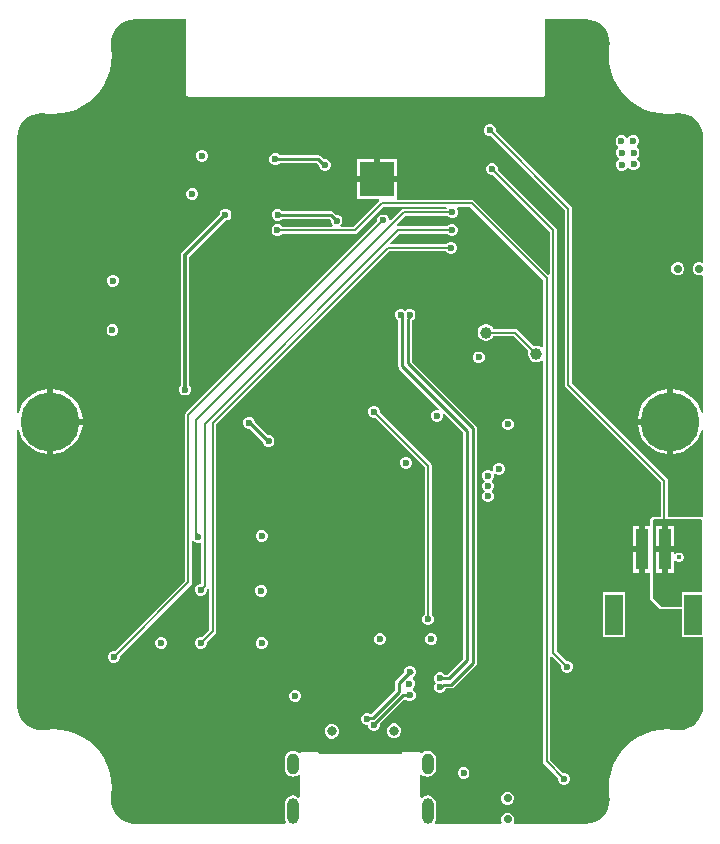
<source format=gbl>
G04*
G04 #@! TF.GenerationSoftware,Altium Limited,Altium Designer,22.5.1 (42)*
G04*
G04 Layer_Physical_Order=4*
G04 Layer_Color=16711680*
%FSLAX25Y25*%
%MOIN*%
G70*
G04*
G04 #@! TF.SameCoordinates,99E8522F-A59E-4A80-82A0-D8EFEBB404AF*
G04*
G04*
G04 #@! TF.FilePolarity,Positive*
G04*
G01*
G75*
%ADD12C,0.00984*%
%ADD13C,0.01575*%
%ADD15C,0.00787*%
%ADD71C,0.03937*%
%ADD90C,0.01181*%
%ADD92C,0.01968*%
%ADD96C,0.00902*%
%ADD97C,0.19685*%
%ADD98C,0.02756*%
%ADD99O,0.03937X0.08661*%
%ADD100O,0.03937X0.07087*%
%ADD101R,0.11417X0.11417*%
%ADD102C,0.02362*%
%ADD103C,0.01968*%
%ADD104C,0.03150*%
%ADD105R,0.05906X0.13386*%
%ADD106R,0.03937X0.13780*%
G36*
X76658Y269716D02*
X78170Y269257D01*
X79563Y268512D01*
X80785Y267510D01*
X81787Y266289D01*
X82532Y264895D01*
X82991Y263383D01*
X83145Y261811D01*
X83033Y260664D01*
X83033D01*
X82999Y260423D01*
X82983Y260175D01*
X82832Y257874D01*
X82999Y255325D01*
X83498Y252819D01*
X84319Y250400D01*
X85449Y248109D01*
X86868Y245985D01*
X88552Y244064D01*
X90473Y242380D01*
X92597Y240961D01*
X94888Y239831D01*
X97307Y239009D01*
X99813Y238511D01*
X102362Y238344D01*
X104654Y238494D01*
X104911Y238511D01*
X105152Y238544D01*
X105152Y238544D01*
X106299Y238657D01*
X107872Y238503D01*
X109383Y238044D01*
X110777Y237299D01*
X111998Y236297D01*
X113001Y235075D01*
X113745Y233682D01*
X114204Y232170D01*
X114351Y230677D01*
X114335Y230598D01*
Y189002D01*
X113835Y188668D01*
X113387Y188853D01*
X112526D01*
X111730Y188523D01*
X111121Y187914D01*
X110791Y187119D01*
Y186257D01*
X111121Y185461D01*
X111730Y184852D01*
X112526Y184522D01*
X113387D01*
X113835Y184708D01*
X114335Y184374D01*
Y138712D01*
X113835Y138632D01*
X113395Y139989D01*
X112620Y141509D01*
X111617Y142890D01*
X110410Y144097D01*
X109029Y145100D01*
X107509Y145875D01*
X105885Y146402D01*
X104347Y146646D01*
Y135827D01*
Y125007D01*
X105885Y125251D01*
X107509Y125779D01*
X109029Y126553D01*
X110410Y127557D01*
X111617Y128763D01*
X112620Y130144D01*
X113395Y131665D01*
X113835Y133021D01*
X114335Y132942D01*
Y104497D01*
X114274Y104409D01*
X113860Y104128D01*
X113835Y104130D01*
X113740Y104149D01*
X113740Y104149D01*
X113740Y104149D01*
X102582Y104149D01*
Y116142D01*
X102490Y116603D01*
X102229Y116993D01*
X70604Y148618D01*
Y206678D01*
X70604Y206678D01*
X70513Y207139D01*
X70252Y207530D01*
X45169Y232612D01*
Y233269D01*
X44870Y233992D01*
X44316Y234546D01*
X43592Y234846D01*
X42809D01*
X42086Y234546D01*
X41532Y233992D01*
X41232Y233269D01*
Y232486D01*
X41532Y231762D01*
X42086Y231208D01*
X42809Y230909D01*
X43466D01*
X68196Y206179D01*
Y148120D01*
X68196Y148120D01*
X68287Y147659D01*
X68549Y147268D01*
X100174Y115643D01*
Y104503D01*
X99820Y104149D01*
X97795Y104149D01*
X97795Y104149D01*
X97487Y104088D01*
X97227Y103914D01*
X96873Y103561D01*
X96699Y103300D01*
X96638Y102993D01*
Y101117D01*
X94777D01*
Y93227D01*
Y85338D01*
X96638D01*
X96638Y76884D01*
X96638Y76884D01*
X96699Y76577D01*
X96873Y76317D01*
X96873Y76317D01*
X99705Y73485D01*
X99966Y73311D01*
X100273Y73250D01*
X107163D01*
Y63897D01*
X114335D01*
Y41056D01*
X114351Y40977D01*
X114204Y39484D01*
X113745Y37972D01*
X113001Y36578D01*
X111998Y35357D01*
X110777Y34355D01*
X109383Y33610D01*
X107872Y33151D01*
X106299Y32996D01*
X105152Y33109D01*
Y33109D01*
X104911Y33143D01*
X104663Y33159D01*
X102362Y33310D01*
X99813Y33143D01*
X97307Y32644D01*
X94888Y31823D01*
X92597Y30693D01*
X90473Y29274D01*
X88552Y27589D01*
X86868Y25669D01*
X85449Y23544D01*
X84319Y21253D01*
X83498Y18834D01*
X82999Y16329D01*
X82832Y13780D01*
X82982Y11488D01*
X82999Y11230D01*
X83033Y10989D01*
X83033Y10989D01*
X83145Y9843D01*
X82991Y8270D01*
X82532Y6758D01*
X81787Y5365D01*
X80785Y4143D01*
X79563Y3141D01*
X78170Y2396D01*
X76658Y1938D01*
X75165Y1791D01*
X75086Y1806D01*
X74734Y1736D01*
X51411D01*
X51096Y2236D01*
X51311Y2756D01*
Y3617D01*
X50981Y4413D01*
X50372Y5022D01*
X49576Y5352D01*
X48715D01*
X47919Y5022D01*
X47310Y4413D01*
X46980Y3617D01*
Y2756D01*
X47195Y2236D01*
X46880Y1736D01*
X24990D01*
X24769Y2185D01*
X24849Y2289D01*
X25126Y2959D01*
X25221Y3678D01*
Y8403D01*
X25126Y9122D01*
X24849Y9793D01*
X24407Y10368D01*
X23831Y10810D01*
X23161Y11088D01*
X22441Y11182D01*
X21722Y11088D01*
X21052Y10810D01*
X20595Y10459D01*
X20095Y10632D01*
Y17985D01*
X20595Y18157D01*
X21052Y17807D01*
X21722Y17529D01*
X22441Y17434D01*
X23161Y17529D01*
X23831Y17807D01*
X24407Y18248D01*
X24849Y18824D01*
X25126Y19494D01*
X25221Y20214D01*
Y23363D01*
X25126Y24083D01*
X24849Y24753D01*
X24407Y25329D01*
X23831Y25771D01*
X23161Y26048D01*
X22441Y26143D01*
X21722Y26048D01*
X21052Y25771D01*
X20514Y25358D01*
X20425Y25337D01*
X19916Y25421D01*
X19860Y25506D01*
X19599Y25680D01*
X19292Y25741D01*
X14567D01*
X14260Y25680D01*
X14000Y25506D01*
X13826Y25245D01*
X13769Y24959D01*
X-13768D01*
X-13825Y25245D01*
X-13999Y25506D01*
X-14259Y25680D01*
X-14567Y25741D01*
X-19291D01*
X-19598Y25680D01*
X-19859Y25506D01*
X-19915Y25421D01*
X-20424Y25337D01*
X-20513Y25358D01*
X-21051Y25771D01*
X-21721Y26048D01*
X-22441Y26143D01*
X-23160Y26048D01*
X-23830Y25771D01*
X-24406Y25329D01*
X-24848Y24753D01*
X-25126Y24083D01*
X-25220Y23363D01*
Y20214D01*
X-25126Y19494D01*
X-24848Y18824D01*
X-24406Y18248D01*
X-23830Y17807D01*
X-23160Y17529D01*
X-22441Y17434D01*
X-21721Y17529D01*
X-21051Y17807D01*
X-20594Y18157D01*
X-20094Y17985D01*
Y10632D01*
X-20594Y10459D01*
X-21051Y10810D01*
X-21721Y11088D01*
X-22441Y11182D01*
X-23160Y11088D01*
X-23830Y10810D01*
X-24406Y10368D01*
X-24848Y9793D01*
X-25126Y9122D01*
X-25220Y8403D01*
Y3678D01*
X-25126Y2959D01*
X-24848Y2289D01*
X-24768Y2185D01*
X-24989Y1736D01*
X-74734D01*
X-75086Y1806D01*
X-75576Y1831D01*
X-76658Y1938D01*
X-78170Y2396D01*
X-79563Y3141D01*
X-80785Y4143D01*
X-81787Y5365D01*
X-82532Y6758D01*
X-82991Y8270D01*
X-83145Y9843D01*
X-83033Y10989D01*
X-83033D01*
X-82999Y11230D01*
X-82983Y11479D01*
X-82832Y13780D01*
X-82999Y16329D01*
X-83498Y18834D01*
X-84319Y21253D01*
X-85449Y23544D01*
X-86868Y25669D01*
X-88552Y27589D01*
X-90473Y29274D01*
X-92597Y30693D01*
X-94888Y31823D01*
X-97307Y32644D01*
X-99813Y33143D01*
X-102362Y33310D01*
X-104654Y33159D01*
X-104911Y33143D01*
X-105152Y33109D01*
X-105152Y33109D01*
X-106299Y32996D01*
X-107872Y33151D01*
X-109383Y33610D01*
X-110777Y34355D01*
X-111998Y35357D01*
X-113001Y36578D01*
X-113745Y37972D01*
X-114204Y39484D01*
X-114351Y40977D01*
X-114335Y41056D01*
Y132942D01*
X-113835Y133021D01*
X-113395Y131665D01*
X-112620Y130144D01*
X-111617Y128763D01*
X-110410Y127557D01*
X-109029Y126553D01*
X-107509Y125779D01*
X-105885Y125251D01*
X-104347Y125007D01*
Y135827D01*
Y146646D01*
X-105885Y146402D01*
X-107509Y145875D01*
X-109029Y145100D01*
X-110410Y144097D01*
X-111617Y142890D01*
X-112620Y141509D01*
X-113395Y139989D01*
X-113835Y138632D01*
X-114335Y138712D01*
Y230598D01*
X-114351Y230677D01*
X-114204Y232170D01*
X-113745Y233682D01*
X-113001Y235075D01*
X-111998Y236297D01*
X-110777Y237299D01*
X-109383Y238044D01*
X-107872Y238503D01*
X-106299Y238657D01*
X-105152Y238544D01*
Y238544D01*
X-104911Y238511D01*
X-104663Y238495D01*
X-102362Y238344D01*
X-99813Y238511D01*
X-97307Y239009D01*
X-94888Y239831D01*
X-92597Y240961D01*
X-90473Y242380D01*
X-88552Y244064D01*
X-86868Y245985D01*
X-85449Y248109D01*
X-84319Y250400D01*
X-83498Y252819D01*
X-82999Y255325D01*
X-82832Y257874D01*
X-82982Y260166D01*
X-82999Y260423D01*
X-83033Y260664D01*
X-83033Y260664D01*
X-83145Y261811D01*
X-82991Y263383D01*
X-82532Y264895D01*
X-81787Y266289D01*
X-80785Y267510D01*
X-79563Y268512D01*
X-78170Y269257D01*
X-76658Y269716D01*
X-75165Y269863D01*
X-75086Y269847D01*
X-58061D01*
Y244919D01*
X-58000Y244611D01*
X-57826Y244351D01*
X-57566Y244177D01*
X-57258Y244116D01*
X60852D01*
X61159Y244177D01*
X61419Y244351D01*
X61594Y244611D01*
X61655Y244919D01*
Y269847D01*
X75086D01*
X75165Y269863D01*
X76658Y269716D01*
D02*
G37*
G36*
X113740Y103346D02*
X114094Y102993D01*
X114088Y78857D01*
X107163D01*
Y74052D01*
X100273D01*
X97441Y76884D01*
X97441Y102993D01*
X97795Y103347D01*
X113740Y103346D01*
D02*
G37*
%LPC*%
G36*
X91436Y231398D02*
X90653D01*
X89930Y231098D01*
X89376Y230545D01*
X89328Y230428D01*
X88786D01*
X88762Y230487D01*
X88208Y231041D01*
X87484Y231341D01*
X86701D01*
X85978Y231041D01*
X85424Y230487D01*
X85124Y229764D01*
Y228981D01*
X85424Y228257D01*
X85978Y227703D01*
X86095Y227655D01*
Y227114D01*
X86035Y227089D01*
X85481Y226535D01*
X85181Y225812D01*
Y225029D01*
X85481Y224305D01*
X86035Y223751D01*
X86152Y223703D01*
Y223162D01*
X86092Y223137D01*
X85538Y222583D01*
X85238Y221860D01*
Y221077D01*
X85538Y220353D01*
X86092Y219799D01*
X86816Y219500D01*
X87599D01*
X88322Y219799D01*
X88876Y220353D01*
X88924Y220470D01*
X89465D01*
X89490Y220410D01*
X90044Y219857D01*
X90768Y219557D01*
X91551D01*
X92274Y219857D01*
X92828Y220410D01*
X93128Y221134D01*
Y221917D01*
X92828Y222640D01*
X92274Y223194D01*
X92157Y223243D01*
Y223784D01*
X92217Y223809D01*
X92771Y224362D01*
X93071Y225086D01*
Y225869D01*
X92771Y226592D01*
X92217Y227146D01*
X92100Y227195D01*
Y227736D01*
X92160Y227761D01*
X92714Y228314D01*
X93013Y229038D01*
Y229821D01*
X92714Y230545D01*
X92160Y231098D01*
X91436Y231398D01*
D02*
G37*
G36*
X-52314Y226390D02*
X-53097D01*
X-53821Y226091D01*
X-54375Y225537D01*
X-54674Y224813D01*
Y224030D01*
X-54375Y223307D01*
X-53821Y222753D01*
X-53097Y222453D01*
X-52314D01*
X-51591Y222753D01*
X-51037Y223307D01*
X-50737Y224030D01*
Y224813D01*
X-51037Y225537D01*
X-51591Y226091D01*
X-52314Y226390D01*
D02*
G37*
G36*
X-27891Y225231D02*
X-28674D01*
X-29397Y224932D01*
X-29951Y224378D01*
X-30251Y223654D01*
Y222871D01*
X-29951Y222148D01*
X-29397Y221594D01*
X-28674Y221294D01*
X-27891D01*
X-27167Y221594D01*
X-26803Y221958D01*
X-14487D01*
X-13715Y221187D01*
Y220905D01*
X-13416Y220181D01*
X-12862Y219628D01*
X-12138Y219328D01*
X-11355D01*
X-10632Y219628D01*
X-10078Y220181D01*
X-9778Y220905D01*
Y221688D01*
X-10078Y222412D01*
X-10632Y222965D01*
X-11355Y223265D01*
X-12104D01*
X-13024Y224185D01*
X-13447Y224468D01*
X-13946Y224568D01*
X-26803D01*
X-27167Y224932D01*
X-27891Y225231D01*
D02*
G37*
G36*
X12285Y223281D02*
X6576D01*
Y217572D01*
X12285D01*
Y223281D01*
D02*
G37*
G36*
X4576D02*
X-1132D01*
Y217572D01*
X4576D01*
Y223281D01*
D02*
G37*
G36*
X-55558Y213596D02*
X-56341D01*
X-57064Y213296D01*
X-57618Y212742D01*
X-57918Y212019D01*
Y211236D01*
X-57618Y210512D01*
X-57064Y209958D01*
X-56341Y209659D01*
X-55558D01*
X-54834Y209958D01*
X-54280Y210512D01*
X-53981Y211236D01*
Y212019D01*
X-54280Y212742D01*
X-54834Y213296D01*
X-55558Y213596D01*
D02*
G37*
G36*
X44305Y221946D02*
X43522D01*
X42799Y221647D01*
X42245Y221093D01*
X41945Y220369D01*
Y219586D01*
X42245Y218863D01*
X42799Y218309D01*
X43522Y218009D01*
X44179D01*
X63114Y199075D01*
Y184975D01*
X62614Y184767D01*
X38002Y209379D01*
X37612Y209640D01*
X37151Y209732D01*
X37151Y209732D01*
X12730D01*
X12285Y209863D01*
X12285Y210231D01*
Y215572D01*
X-1132D01*
Y209863D01*
X6166D01*
X6322Y209429D01*
X6325Y209364D01*
X-2269Y200769D01*
X-6370D01*
X-6577Y201269D01*
X-6205Y201641D01*
X-5906Y202364D01*
Y203148D01*
X-6205Y203871D01*
X-6759Y204425D01*
X-7482Y204724D01*
X-7998D01*
X-8920Y205647D01*
X-9343Y205930D01*
X-9843Y206029D01*
X-26080D01*
X-26444Y206393D01*
X-27167Y206693D01*
X-27951D01*
X-28674Y206393D01*
X-29228Y205839D01*
X-29528Y205116D01*
Y204333D01*
X-29228Y203609D01*
X-28674Y203056D01*
X-27951Y202756D01*
X-27167D01*
X-26444Y203056D01*
X-26080Y203420D01*
X-10383D01*
X-9843Y202879D01*
Y202364D01*
X-9543Y201641D01*
X-9171Y201269D01*
X-9378Y200769D01*
X-26002D01*
X-26467Y201234D01*
X-27190Y201534D01*
X-27973D01*
X-28697Y201234D01*
X-29250Y200680D01*
X-29550Y199957D01*
Y199173D01*
X-29250Y198450D01*
X-28697Y197896D01*
X-27973Y197597D01*
X-27190D01*
X-26467Y197896D01*
X-26002Y198361D01*
X-1770D01*
X-1770Y198361D01*
X-1310Y198452D01*
X-919Y198714D01*
X7691Y207323D01*
X28553D01*
X28820Y206823D01*
X28759Y206732D01*
X14582D01*
X14582Y206732D01*
X14121Y206640D01*
X13731Y206379D01*
X10172Y202820D01*
X9672Y203027D01*
Y203237D01*
X9372Y203960D01*
X8819Y204514D01*
X8095Y204814D01*
X7312D01*
X6588Y204514D01*
X6035Y203960D01*
X5735Y203237D01*
Y202580D01*
X-58151Y138694D01*
X-58412Y138303D01*
X-58504Y137843D01*
X-58503Y137843D01*
Y82676D01*
X-81884Y59296D01*
X-82541D01*
X-83264Y58996D01*
X-83818Y58442D01*
X-84118Y57719D01*
Y56936D01*
X-83818Y56212D01*
X-83264Y55658D01*
X-82541Y55359D01*
X-81758D01*
X-81034Y55658D01*
X-80480Y56212D01*
X-80181Y56936D01*
Y57593D01*
X-56448Y81326D01*
X-56187Y81716D01*
X-56095Y82177D01*
X-56095Y82177D01*
Y96161D01*
X-55729Y96289D01*
X-55595Y96299D01*
X-55068Y95772D01*
X-54345Y95472D01*
X-53562D01*
X-53498Y95499D01*
X-53083Y95221D01*
Y81693D01*
X-53541D01*
X-54265Y81393D01*
X-54818Y80840D01*
X-55118Y80116D01*
Y79333D01*
X-54818Y78609D01*
X-54265Y78056D01*
X-53541Y77756D01*
X-52758D01*
X-52034Y78056D01*
X-51481Y78609D01*
X-51181Y79333D01*
Y79928D01*
X-50911Y80171D01*
X-50417Y80000D01*
Y66444D01*
X-52884Y63976D01*
X-53541D01*
X-54265Y63677D01*
X-54818Y63123D01*
X-55118Y62399D01*
Y61616D01*
X-54818Y60893D01*
X-54265Y60339D01*
X-53541Y60039D01*
X-52758D01*
X-52034Y60339D01*
X-51481Y60893D01*
X-51181Y61616D01*
Y62273D01*
X-48361Y65093D01*
X-48361Y65093D01*
X-48100Y65484D01*
X-48008Y65945D01*
Y134851D01*
X9664Y192523D01*
X28671D01*
X29136Y192058D01*
X29859Y191759D01*
X30642D01*
X31366Y192058D01*
X31920Y192612D01*
X32219Y193336D01*
Y194119D01*
X31920Y194842D01*
X31366Y195396D01*
X30642Y195696D01*
X29859D01*
X29136Y195396D01*
X28671Y194931D01*
X10280D01*
X10089Y195393D01*
X13134Y198439D01*
X28955D01*
X29436Y197958D01*
X30159Y197659D01*
X30942D01*
X31666Y197958D01*
X32220Y198512D01*
X32519Y199236D01*
Y200019D01*
X32220Y200742D01*
X31666Y201296D01*
X30942Y201596D01*
X30159D01*
X29436Y201296D01*
X28987Y200847D01*
X12635D01*
X12635Y200847D01*
X12137Y201258D01*
X12122Y201364D01*
X15081Y204323D01*
X29171D01*
X29636Y203858D01*
X30359Y203559D01*
X31142D01*
X31866Y203858D01*
X32420Y204412D01*
X32719Y205136D01*
Y205919D01*
X32420Y206642D01*
X32239Y206823D01*
X32446Y207323D01*
X36652D01*
X60896Y183079D01*
Y160755D01*
X60434Y160564D01*
X60392Y160605D01*
X59764Y160968D01*
X59063Y161156D01*
X58337D01*
X57793Y161010D01*
X52451Y166351D01*
X52061Y166613D01*
X51600Y166704D01*
X51600Y166704D01*
X44387D01*
X44105Y167192D01*
X43592Y167705D01*
X42964Y168068D01*
X42263Y168256D01*
X41537D01*
X40836Y168068D01*
X40208Y167705D01*
X39695Y167192D01*
X39332Y166564D01*
X39144Y165863D01*
Y165137D01*
X39332Y164436D01*
X39695Y163808D01*
X40208Y163295D01*
X40836Y162932D01*
X41537Y162744D01*
X42263D01*
X42964Y162932D01*
X43592Y163295D01*
X44105Y163808D01*
X44387Y164296D01*
X51101D01*
X56090Y159307D01*
X55944Y158763D01*
Y158037D01*
X56132Y157336D01*
X56495Y156708D01*
X57008Y156195D01*
X57636Y155832D01*
X58337Y155644D01*
X59063D01*
X59764Y155832D01*
X60392Y156195D01*
X60434Y156236D01*
X60896Y156045D01*
Y22546D01*
X60896Y22546D01*
X60987Y22085D01*
X61248Y21694D01*
X65945Y16998D01*
Y16341D01*
X66245Y15617D01*
X66798Y15064D01*
X67522Y14764D01*
X68305D01*
X69029Y15064D01*
X69582Y15617D01*
X69882Y16341D01*
Y17124D01*
X69582Y17847D01*
X69029Y18401D01*
X68305Y18701D01*
X67648D01*
X63304Y23044D01*
Y57317D01*
X63804Y57524D01*
X66929Y54399D01*
Y53742D01*
X67229Y53019D01*
X67783Y52465D01*
X68506Y52165D01*
X69289D01*
X70013Y52465D01*
X70566Y53019D01*
X70866Y53742D01*
Y54525D01*
X70566Y55249D01*
X70013Y55803D01*
X69289Y56102D01*
X68632D01*
X65522Y59212D01*
Y199574D01*
X65430Y200034D01*
X65169Y200425D01*
X65169Y200425D01*
X45882Y219712D01*
Y220369D01*
X45583Y221093D01*
X45029Y221647D01*
X44305Y221946D01*
D02*
G37*
G36*
X106301Y188853D02*
X105439D01*
X104643Y188523D01*
X104034Y187914D01*
X103705Y187119D01*
Y186257D01*
X104034Y185461D01*
X104643Y184852D01*
X105439Y184522D01*
X106301D01*
X107097Y184852D01*
X107706Y185461D01*
X108035Y186257D01*
Y187119D01*
X107706Y187914D01*
X107097Y188523D01*
X106301Y188853D01*
D02*
G37*
G36*
X-82084Y184752D02*
X-82867D01*
X-83591Y184452D01*
X-84145Y183898D01*
X-84444Y183175D01*
Y182392D01*
X-84145Y181668D01*
X-83591Y181114D01*
X-82867Y180815D01*
X-82084D01*
X-81361Y181114D01*
X-80807Y181668D01*
X-80507Y182392D01*
Y183175D01*
X-80807Y183898D01*
X-81361Y184452D01*
X-82084Y184752D01*
D02*
G37*
G36*
X16838Y173368D02*
X16054D01*
X15331Y173068D01*
X15015Y172752D01*
X14699Y173068D01*
X13975Y173368D01*
X13192D01*
X12469Y173068D01*
X11915Y172515D01*
X11615Y171791D01*
Y171008D01*
X11915Y170284D01*
X12469Y169731D01*
X12712Y169630D01*
Y154342D01*
X12808Y153859D01*
X13082Y153450D01*
X26399Y140132D01*
X26116Y139708D01*
X25982Y139764D01*
X25199D01*
X24475Y139464D01*
X23922Y138910D01*
X23622Y138187D01*
Y137404D01*
X23922Y136680D01*
X24475Y136126D01*
X25199Y135827D01*
X25982D01*
X26706Y136126D01*
X27259Y136680D01*
X27559Y137404D01*
Y138187D01*
X27504Y138321D01*
X27928Y138604D01*
X34334Y132197D01*
Y56779D01*
X29043Y51487D01*
X28096D01*
X27690Y51894D01*
X26966Y52194D01*
X26183D01*
X25460Y51894D01*
X24906Y51340D01*
X24606Y50617D01*
Y49834D01*
X24906Y49110D01*
X25281Y48735D01*
X24906Y48359D01*
X24606Y47636D01*
Y46852D01*
X24906Y46129D01*
X25460Y45575D01*
X26183Y45276D01*
X26966D01*
X27690Y45575D01*
X28244Y46129D01*
X28543Y46852D01*
Y46881D01*
X30427D01*
X30911Y46978D01*
X31320Y47251D01*
X38570Y54501D01*
X38844Y54911D01*
X38940Y55394D01*
Y133582D01*
X38844Y134065D01*
X38570Y134475D01*
X17318Y155727D01*
Y169630D01*
X17561Y169731D01*
X18115Y170284D01*
X18414Y171008D01*
Y171791D01*
X18115Y172515D01*
X17561Y173068D01*
X16838Y173368D01*
D02*
G37*
G36*
X-82184Y168178D02*
X-82968D01*
X-83691Y167878D01*
X-84245Y167324D01*
X-84544Y166601D01*
Y165818D01*
X-84245Y165094D01*
X-83691Y164540D01*
X-82968Y164241D01*
X-82184D01*
X-81461Y164540D01*
X-80907Y165094D01*
X-80607Y165818D01*
Y166601D01*
X-80907Y167324D01*
X-81461Y167878D01*
X-82184Y168178D01*
D02*
G37*
G36*
X39892Y159169D02*
X39108D01*
X38385Y158869D01*
X37831Y158315D01*
X37532Y157592D01*
Y156808D01*
X37831Y156085D01*
X38385Y155531D01*
X39108Y155231D01*
X39892D01*
X40615Y155531D01*
X41169Y156085D01*
X41469Y156808D01*
Y157592D01*
X41169Y158315D01*
X40615Y158869D01*
X39892Y159169D01*
D02*
G37*
G36*
X-44514Y206796D02*
X-45297D01*
X-46021Y206496D01*
X-46574Y205942D01*
X-46874Y205219D01*
Y204845D01*
X-59401Y192318D01*
X-59706Y191863D01*
X-59813Y191325D01*
Y147876D01*
X-60076Y147612D01*
X-60376Y146888D01*
Y146105D01*
X-60076Y145382D01*
X-59523Y144828D01*
X-58799Y144528D01*
X-58016D01*
X-57292Y144828D01*
X-56739Y145382D01*
X-56439Y146105D01*
Y146888D01*
X-56739Y147612D01*
X-57003Y147876D01*
Y190743D01*
X-44887Y202859D01*
X-44514D01*
X-43791Y203158D01*
X-43237Y203712D01*
X-42937Y204435D01*
Y205219D01*
X-43237Y205942D01*
X-43791Y206496D01*
X-44514Y206796D01*
D02*
G37*
G36*
X102347Y146646D02*
X100807Y146402D01*
X99184Y145875D01*
X97664Y145100D01*
X96283Y144097D01*
X95076Y142890D01*
X94073Y141509D01*
X93298Y139989D01*
X92771Y138366D01*
X92527Y136827D01*
X102347D01*
Y146646D01*
D02*
G37*
G36*
X-102347D02*
Y136827D01*
X-92527D01*
X-92771Y138366D01*
X-93298Y139989D01*
X-94073Y141509D01*
X-95076Y142890D01*
X-96283Y144097D01*
X-97664Y145100D01*
X-99184Y145875D01*
X-100807Y146402D01*
X-102347Y146646D01*
D02*
G37*
G36*
X49604Y136811D02*
X48821D01*
X48098Y136511D01*
X47544Y135958D01*
X47244Y135234D01*
Y134451D01*
X47544Y133727D01*
X48098Y133174D01*
X48821Y132874D01*
X49604D01*
X50328Y133174D01*
X50881Y133727D01*
X51181Y134451D01*
Y135234D01*
X50881Y135958D01*
X50328Y136511D01*
X49604Y136811D01*
D02*
G37*
G36*
X-36558Y137396D02*
X-37341D01*
X-38064Y137096D01*
X-38618Y136542D01*
X-38918Y135819D01*
Y135036D01*
X-38618Y134312D01*
X-38064Y133758D01*
X-37341Y133459D01*
X-36868D01*
X-32518Y129109D01*
Y128836D01*
X-32218Y128112D01*
X-31664Y127558D01*
X-30941Y127259D01*
X-30158D01*
X-29434Y127558D01*
X-28880Y128112D01*
X-28581Y128836D01*
Y129619D01*
X-28880Y130342D01*
X-29434Y130896D01*
X-30158Y131196D01*
X-30631D01*
X-34981Y135546D01*
Y135819D01*
X-35280Y136542D01*
X-35834Y137096D01*
X-36558Y137396D01*
D02*
G37*
G36*
X102347Y134827D02*
X92527D01*
X92771Y133288D01*
X93298Y131665D01*
X94073Y130144D01*
X95076Y128763D01*
X96283Y127557D01*
X97664Y126553D01*
X99184Y125779D01*
X100807Y125251D01*
X102347Y125007D01*
Y134827D01*
D02*
G37*
G36*
X-92527D02*
X-102347D01*
Y125007D01*
X-100807Y125251D01*
X-99184Y125779D01*
X-97664Y126553D01*
X-96283Y127557D01*
X-95076Y128763D01*
X-94073Y130144D01*
X-93298Y131665D01*
X-92771Y133288D01*
X-92527Y134827D01*
D02*
G37*
G36*
X15637Y124069D02*
X14853D01*
X14130Y123769D01*
X13576Y123216D01*
X13277Y122492D01*
Y121709D01*
X13576Y120986D01*
X14130Y120432D01*
X14853Y120132D01*
X15637D01*
X16360Y120432D01*
X16914Y120986D01*
X17214Y121709D01*
Y122492D01*
X16914Y123216D01*
X16360Y123769D01*
X15637Y124069D01*
D02*
G37*
G36*
X46651Y122047D02*
X45868D01*
X45145Y121748D01*
X44591Y121194D01*
X44291Y120470D01*
Y119687D01*
X44359Y119525D01*
X43935Y119241D01*
X43761Y119415D01*
X43038Y119715D01*
X42255D01*
X41531Y119415D01*
X40977Y118861D01*
X40678Y118138D01*
Y117355D01*
X40977Y116631D01*
X41258Y116350D01*
X41493Y116024D01*
X41258Y115697D01*
X40977Y115416D01*
X40678Y114693D01*
Y113910D01*
X40977Y113186D01*
X41258Y112906D01*
X41493Y112579D01*
X41258Y112252D01*
X40977Y111971D01*
X40678Y111248D01*
Y110465D01*
X40977Y109741D01*
X41531Y109188D01*
X42255Y108888D01*
X43038D01*
X43761Y109188D01*
X44315Y109741D01*
X44615Y110465D01*
Y111248D01*
X44315Y111971D01*
X44034Y112252D01*
X43800Y112579D01*
X44034Y112906D01*
X44315Y113186D01*
X44615Y113910D01*
Y114693D01*
X44315Y115416D01*
X44034Y115697D01*
X43800Y116024D01*
X44034Y116350D01*
X44315Y116631D01*
X44615Y117355D01*
Y118138D01*
X44547Y118300D01*
X44971Y118583D01*
X45145Y118410D01*
X45868Y118110D01*
X46651D01*
X47375Y118410D01*
X47929Y118964D01*
X48228Y119687D01*
Y120470D01*
X47929Y121194D01*
X47375Y121748D01*
X46651Y122047D01*
D02*
G37*
G36*
X-32458Y99596D02*
X-33241D01*
X-33964Y99296D01*
X-34518Y98742D01*
X-34818Y98019D01*
Y97236D01*
X-34518Y96512D01*
X-33964Y95958D01*
X-33241Y95659D01*
X-32458D01*
X-31734Y95958D01*
X-31180Y96512D01*
X-30881Y97236D01*
Y98019D01*
X-31180Y98742D01*
X-31734Y99296D01*
X-32458Y99596D01*
D02*
G37*
G36*
X92777Y101117D02*
X90808D01*
Y94227D01*
X92777D01*
Y101117D01*
D02*
G37*
G36*
Y92227D02*
X90808D01*
Y85338D01*
X92777D01*
Y92227D01*
D02*
G37*
G36*
X-32558Y81396D02*
X-33341D01*
X-34064Y81096D01*
X-34618Y80542D01*
X-34918Y79819D01*
Y79036D01*
X-34618Y78312D01*
X-34064Y77758D01*
X-33341Y77459D01*
X-32558D01*
X-31834Y77758D01*
X-31280Y78312D01*
X-30981Y79036D01*
Y79819D01*
X-31280Y80542D01*
X-31834Y81096D01*
X-32558Y81396D01*
D02*
G37*
G36*
X5092Y141068D02*
X4308D01*
X3585Y140769D01*
X3031Y140215D01*
X2732Y139492D01*
Y138708D01*
X3031Y137985D01*
X3585Y137431D01*
X4308Y137132D01*
X4965D01*
X21434Y120663D01*
Y71461D01*
X20969Y70997D01*
X20669Y70274D01*
Y69490D01*
X20969Y68767D01*
X21523Y68213D01*
X22246Y67913D01*
X23029D01*
X23753Y68213D01*
X24307Y68767D01*
X24606Y69490D01*
Y70274D01*
X24307Y70997D01*
X23842Y71461D01*
Y121162D01*
X23842Y121162D01*
X23750Y121623D01*
X23489Y122014D01*
X6668Y138835D01*
Y139492D01*
X6369Y140215D01*
X5815Y140769D01*
X5092Y141068D01*
D02*
G37*
G36*
X88265Y78857D02*
X80785D01*
Y63897D01*
X88265D01*
Y74052D01*
Y78857D01*
D02*
G37*
G36*
X24094Y65247D02*
X23311D01*
X22587Y64947D01*
X22034Y64394D01*
X21734Y63670D01*
Y62887D01*
X22034Y62163D01*
X22587Y61610D01*
X23311Y61310D01*
X24094D01*
X24818Y61610D01*
X25371Y62163D01*
X25671Y62887D01*
Y63670D01*
X25371Y64394D01*
X24818Y64947D01*
X24094Y65247D01*
D02*
G37*
G36*
X7010D02*
X6226D01*
X5503Y64947D01*
X4949Y64394D01*
X4650Y63670D01*
Y62887D01*
X4949Y62163D01*
X5503Y61610D01*
X6226Y61310D01*
X7010D01*
X7733Y61610D01*
X8287Y62163D01*
X8586Y62887D01*
Y63670D01*
X8287Y64394D01*
X7733Y64947D01*
X7010Y65247D01*
D02*
G37*
G36*
X-65953Y63949D02*
X-66736D01*
X-67460Y63649D01*
X-68014Y63096D01*
X-68313Y62372D01*
Y61589D01*
X-68014Y60866D01*
X-67460Y60312D01*
X-66736Y60012D01*
X-65953D01*
X-65230Y60312D01*
X-64676Y60866D01*
X-64376Y61589D01*
Y62372D01*
X-64676Y63096D01*
X-65230Y63649D01*
X-65953Y63949D01*
D02*
G37*
G36*
X-32458Y63896D02*
X-33241D01*
X-33964Y63596D01*
X-34518Y63042D01*
X-34818Y62319D01*
Y61536D01*
X-34518Y60812D01*
X-33964Y60258D01*
X-33241Y59959D01*
X-32458D01*
X-31734Y60258D01*
X-31180Y60812D01*
X-30881Y61536D01*
Y62319D01*
X-31180Y63042D01*
X-31734Y63596D01*
X-32458Y63896D01*
D02*
G37*
G36*
X16882Y54367D02*
X16098D01*
X15375Y54068D01*
X14821Y53514D01*
X14522Y52790D01*
Y52216D01*
X11903Y49597D01*
X11629Y49187D01*
X11533Y48704D01*
Y46204D01*
X3577Y38248D01*
X3577D01*
X3450Y38375D01*
X2727Y38675D01*
X1943D01*
X1220Y38375D01*
X666Y37821D01*
X367Y37098D01*
Y36315D01*
X666Y35591D01*
X1220Y35037D01*
X1943Y34738D01*
X2638D01*
Y34183D01*
X2938Y33459D01*
X3492Y32906D01*
X4215Y32606D01*
X4998D01*
X5722Y32906D01*
X6276Y33459D01*
X6575Y34183D01*
Y34966D01*
X6481Y35193D01*
X14648Y43360D01*
X14871D01*
X15375Y42856D01*
X16098Y42556D01*
X16882D01*
X17605Y42856D01*
X18159Y43410D01*
X18459Y44133D01*
Y44916D01*
X18159Y45640D01*
X17605Y46194D01*
X17499Y46238D01*
Y46779D01*
X17533Y46793D01*
X18087Y47347D01*
X18386Y48070D01*
Y48853D01*
X18087Y49577D01*
X17533Y50131D01*
X17499Y50145D01*
Y50686D01*
X17605Y50730D01*
X18159Y51284D01*
X18349Y51742D01*
X18465Y51916D01*
X18561Y52399D01*
X18465Y52882D01*
X18349Y53056D01*
X18159Y53514D01*
X17605Y54068D01*
X16882Y54367D01*
D02*
G37*
G36*
X-21262Y46260D02*
X-22045D01*
X-22769Y45960D01*
X-23322Y45406D01*
X-23622Y44683D01*
Y43900D01*
X-23322Y43176D01*
X-22769Y42623D01*
X-22045Y42323D01*
X-21262D01*
X-20538Y42623D01*
X-19985Y43176D01*
X-19685Y43900D01*
Y44683D01*
X-19985Y45406D01*
X-20538Y45960D01*
X-21262Y46260D01*
D02*
G37*
G36*
X11621Y35189D02*
X10681D01*
X9813Y34830D01*
X9148Y34165D01*
X8789Y33297D01*
Y32357D01*
X9148Y31489D01*
X9813Y30825D01*
X10681Y30465D01*
X11621D01*
X12489Y30825D01*
X13153Y31489D01*
X13513Y32357D01*
Y33297D01*
X13153Y34165D01*
X12489Y34830D01*
X11621Y35189D01*
D02*
G37*
G36*
X-8979Y34889D02*
X-9919D01*
X-10787Y34530D01*
X-11452Y33865D01*
X-11811Y32997D01*
Y32057D01*
X-11452Y31189D01*
X-10787Y30525D01*
X-9919Y30165D01*
X-8979D01*
X-8111Y30525D01*
X-7446Y31189D01*
X-7087Y32057D01*
Y32997D01*
X-7446Y33865D01*
X-8111Y34530D01*
X-8979Y34889D01*
D02*
G37*
G36*
X34840Y20669D02*
X34057D01*
X33334Y20370D01*
X32780Y19816D01*
X32480Y19092D01*
Y18309D01*
X32780Y17586D01*
X33334Y17032D01*
X34057Y16732D01*
X34840D01*
X35564Y17032D01*
X36118Y17586D01*
X36417Y18309D01*
Y19092D01*
X36118Y19816D01*
X35564Y20370D01*
X34840Y20669D01*
D02*
G37*
G36*
X49576Y12438D02*
X48715D01*
X47919Y12109D01*
X47310Y11500D01*
X46980Y10704D01*
Y9842D01*
X47310Y9046D01*
X47919Y8437D01*
X48715Y8107D01*
X49576D01*
X50372Y8437D01*
X50981Y9046D01*
X51311Y9842D01*
Y10704D01*
X50981Y11500D01*
X50372Y12109D01*
X49576Y12438D01*
D02*
G37*
G36*
X104619Y101117D02*
X102651D01*
Y94227D01*
X104619D01*
Y101117D01*
D02*
G37*
G36*
X100651D02*
X98682D01*
Y94227D01*
X100651D01*
Y101117D01*
D02*
G37*
G36*
X104619Y92227D02*
X102651D01*
Y85338D01*
X104619D01*
Y89297D01*
X105119Y89504D01*
X105407Y89216D01*
X105986Y88976D01*
X106613D01*
X107191Y89216D01*
X107634Y89659D01*
X107874Y90238D01*
Y90864D01*
X107634Y91443D01*
X107191Y91886D01*
X106613Y92126D01*
X105986D01*
X105407Y91886D01*
X105119Y91598D01*
X104619Y91805D01*
Y92227D01*
D02*
G37*
G36*
X100651D02*
X98682D01*
Y85338D01*
X100651D01*
Y92227D01*
D02*
G37*
%LPD*%
D12*
X-27559Y204724D02*
X-9843D01*
X-7874Y202756D01*
X-28282Y223263D02*
X-13946D01*
X-11980Y221297D01*
X-11747D01*
D13*
X67204Y158722D02*
D03*
X-62992Y43307D02*
D03*
X-43307Y51181D02*
D03*
X82677Y59055D02*
D03*
Y98425D02*
D03*
Y129921D02*
D03*
X-78740Y86614D02*
D03*
X-66929Y106299D02*
D03*
X-78740Y133858D02*
D03*
X43307Y55118D02*
D03*
X35433Y39370D02*
D03*
X55118D02*
D03*
X43307Y94488D02*
D03*
X15748D02*
D03*
X-7874D02*
D03*
X3937Y106299D02*
D03*
X-19685D02*
D03*
X-15748Y161417D02*
D03*
X59055Y173228D02*
D03*
X43307Y181102D02*
D03*
X110236Y220472D02*
D03*
X106299Y110236D02*
D03*
Y90551D02*
D03*
Y62992D02*
D03*
Y39370D02*
D03*
X70866Y7874D02*
D03*
X31496D02*
D03*
X-35433D02*
D03*
X-55118D02*
D03*
X-74803D02*
D03*
X-106299Y43307D02*
D03*
Y70866D02*
D03*
Y94488D02*
D03*
Y118110D02*
D03*
Y165354D02*
D03*
Y188976D02*
D03*
Y208661D02*
D03*
Y228346D02*
D03*
X80709Y259842D02*
D03*
X64961D02*
D03*
X72835Y251969D02*
D03*
X64961Y244094D02*
D03*
X80709D02*
D03*
X-62992D02*
D03*
X-78740D02*
D03*
X-70866Y251969D02*
D03*
X-78740Y259842D02*
D03*
X-62992D02*
D03*
X4001Y219722D02*
D03*
X7151D02*
D03*
X2427Y218147D02*
D03*
X5576D02*
D03*
X8726D02*
D03*
X4001Y216572D02*
D03*
X7151D02*
D03*
X2427Y214997D02*
D03*
X5576D02*
D03*
X8726D02*
D03*
X4001Y213422D02*
D03*
X7151D02*
D03*
D15*
X14582Y205527D02*
X30751D01*
X-54655Y136290D02*
X14582Y205527D01*
X12635Y199643D02*
X30535D01*
X30551Y199627D01*
X-51878Y135129D02*
X12635Y199643D01*
X-49213Y135350D02*
X9165Y193727D01*
X30251D01*
X-49213Y65945D02*
Y135350D01*
X22638Y69882D02*
Y121162D01*
X4700Y139100D02*
X22638Y121162D01*
X41900Y165500D02*
X51600D01*
X58700Y158400D01*
X37151Y208527D02*
X62100Y183578D01*
Y22546D02*
X67913Y16732D01*
X62100Y22546D02*
Y183578D01*
X64318Y58714D02*
Y199574D01*
Y58714D02*
X68898Y54134D01*
X43914Y219978D02*
X64318Y199574D01*
X43201Y232877D02*
X69400Y206678D01*
Y148120D02*
X101378Y116142D01*
X69400Y148120D02*
Y206678D01*
X101378Y95472D02*
Y116142D01*
X-53150Y62008D02*
X-49213Y65945D01*
X-54655Y98569D02*
X-53953Y97867D01*
Y97441D02*
Y97867D01*
X-54655Y98569D02*
Y136290D01*
X-53150Y79724D02*
X-51878Y80996D01*
Y135129D01*
X-57299Y82177D02*
Y137843D01*
X7704Y202845D01*
X-82149Y57327D02*
X-57299Y82177D01*
X-27582Y199565D02*
X-1770D01*
X7192Y208527D01*
X37151D01*
D71*
X41900Y165500D02*
D03*
X58700Y158400D02*
D03*
D90*
X-30649Y129227D02*
X-30549D01*
X-36849Y135427D02*
X-30649Y129227D01*
X-36949Y135427D02*
X-36849D01*
X-58408Y146497D02*
Y191325D01*
X-44906Y204827D01*
D92*
X104163Y80789D02*
Y83589D01*
Y77989D02*
Y80789D01*
X101063D02*
Y83589D01*
Y77989D02*
Y80789D01*
D96*
X13974Y154342D02*
Y170141D01*
X35596Y56256D02*
Y132720D01*
X37678Y55394D02*
Y133582D01*
X13974Y154342D02*
X35596Y132720D01*
X16055Y155204D02*
Y170141D01*
Y155204D02*
X37678Y133582D01*
X29565Y50225D02*
X35596Y56256D01*
X30427Y48144D02*
X37678Y55394D01*
X26575Y47244D02*
X26970D01*
X27870Y48144D01*
X30427D01*
X26575Y50225D02*
X29565D01*
X13863Y170252D02*
Y171120D01*
X16166Y170252D02*
Y171120D01*
X16055Y170141D02*
X16166Y170252D01*
Y171120D02*
X16446Y171400D01*
X13584D02*
X13863Y171120D01*
Y170252D02*
X13974Y170141D01*
X4607Y34574D02*
Y34970D01*
X5232Y35595D01*
Y35729D02*
X14125Y44622D01*
X16393D01*
X4100Y36986D02*
X12795Y45681D01*
X2615Y36986D02*
X4100D01*
X5232Y35595D02*
Y35729D01*
X12795Y45681D02*
Y48704D01*
X2335Y36706D02*
X2615Y36986D01*
X12795Y48704D02*
X16490Y52399D01*
X16393Y44622D02*
X16490Y44525D01*
Y52399D02*
X17298D01*
D97*
X103347Y135827D02*
D03*
X-103347D02*
D03*
D98*
X112957Y186688D02*
D03*
X105870D02*
D03*
X49146Y3186D02*
D03*
Y10273D02*
D03*
D99*
X-22441Y6041D02*
D03*
X22441D02*
D03*
D100*
X-22441Y21789D02*
D03*
X22441D02*
D03*
D101*
X5576Y216572D02*
D03*
D102*
X30751Y205527D02*
D03*
X30551Y199627D02*
D03*
X30251Y193727D02*
D03*
X25854Y183276D02*
D03*
X4992D02*
D03*
X4700Y139100D02*
D03*
X39500Y157200D02*
D03*
X40354Y148622D02*
D03*
X53150Y134843D02*
D03*
X15245Y122101D02*
D03*
X49213Y134843D02*
D03*
X25591Y137795D02*
D03*
X-53953Y97441D02*
D03*
X-45377Y129127D02*
D03*
X16073Y144167D02*
D03*
X67913Y16732D02*
D03*
X-66345Y61981D02*
D03*
X-53150Y62008D02*
D03*
Y79724D02*
D03*
X46260Y120079D02*
D03*
X42646Y117746D02*
D03*
X18701Y100394D02*
D03*
X29528D02*
D03*
X32480D02*
D03*
X-7874Y202756D02*
D03*
X68898Y60039D02*
D03*
Y54134D02*
D03*
X-21654Y44291D02*
D03*
X-25591D02*
D03*
X29528Y36417D02*
D03*
X-30512D02*
D03*
X26575Y47244D02*
D03*
Y50225D02*
D03*
X16418Y48462D02*
D03*
X19587Y156496D02*
D03*
X59055Y212598D02*
D03*
X-27559Y204724D02*
D03*
X7704Y202845D02*
D03*
X-36949Y135427D02*
D03*
X-30649Y135327D02*
D03*
X-30549Y129227D02*
D03*
X42646Y110856D02*
D03*
X42646Y114301D02*
D03*
X22638Y69882D02*
D03*
X23702Y63278D02*
D03*
X34449Y18701D02*
D03*
X89116Y189056D02*
D03*
X95004Y197666D02*
D03*
X4607Y34574D02*
D03*
X16490Y44525D02*
D03*
X2335Y36706D02*
D03*
X108268Y227362D02*
D03*
X74252Y206421D02*
D03*
X101063Y77989D02*
D03*
X104163Y80789D02*
D03*
X101063D02*
D03*
X104163Y77989D02*
D03*
Y83589D02*
D03*
X101063D02*
D03*
X16446Y171400D02*
D03*
X13584D02*
D03*
X6618Y70115D02*
D03*
Y63278D02*
D03*
X6759Y48436D02*
D03*
X16490Y52399D02*
D03*
X-32849Y61927D02*
D03*
X-55949Y240927D02*
D03*
X-56306Y224428D02*
D03*
X-52706Y224422D02*
D03*
X-58408Y146497D02*
D03*
X107997Y213064D02*
D03*
Y217095D02*
D03*
X-44906Y204827D02*
D03*
X-27582Y199565D02*
D03*
X-16736Y29778D02*
D03*
X16844D02*
D03*
X63667Y5548D02*
D03*
X-55949Y211627D02*
D03*
Y218527D02*
D03*
X43914Y219978D02*
D03*
X-66345Y58555D02*
D03*
X-83849Y68727D02*
D03*
X-85776Y166209D02*
D03*
X-82576D02*
D03*
X-85579Y182783D02*
D03*
X-82476D02*
D03*
X43201Y232877D02*
D03*
X43377Y226336D02*
D03*
X70867Y75327D02*
D03*
X70951Y93927D02*
D03*
X49051Y20627D02*
D03*
X92058Y83589D02*
D03*
X95158D02*
D03*
X-28282Y223263D02*
D03*
X-32949Y79427D02*
D03*
X-32849Y97627D02*
D03*
X-82149Y57327D02*
D03*
X91159Y221525D02*
D03*
X87207Y221468D02*
D03*
X91102Y225477D02*
D03*
X87093Y229372D02*
D03*
X91045Y229430D02*
D03*
X87150Y225420D02*
D03*
X-64649Y177227D02*
D03*
X-67749Y173827D02*
D03*
X-39288Y193737D02*
D03*
X95158Y77989D02*
D03*
X92058D02*
D03*
X95158Y80789D02*
D03*
X92058D02*
D03*
X35866Y5512D02*
D03*
X-11747Y221297D02*
D03*
D103*
X25394Y122835D02*
D03*
Y127165D02*
D03*
X29724Y122835D02*
D03*
Y127165D02*
D03*
D104*
X11151Y32827D02*
D03*
X-9449Y32527D02*
D03*
D105*
X84525Y71377D02*
D03*
X110903D02*
D03*
D106*
X93777Y93227D02*
D03*
X101651D02*
D03*
M02*

</source>
